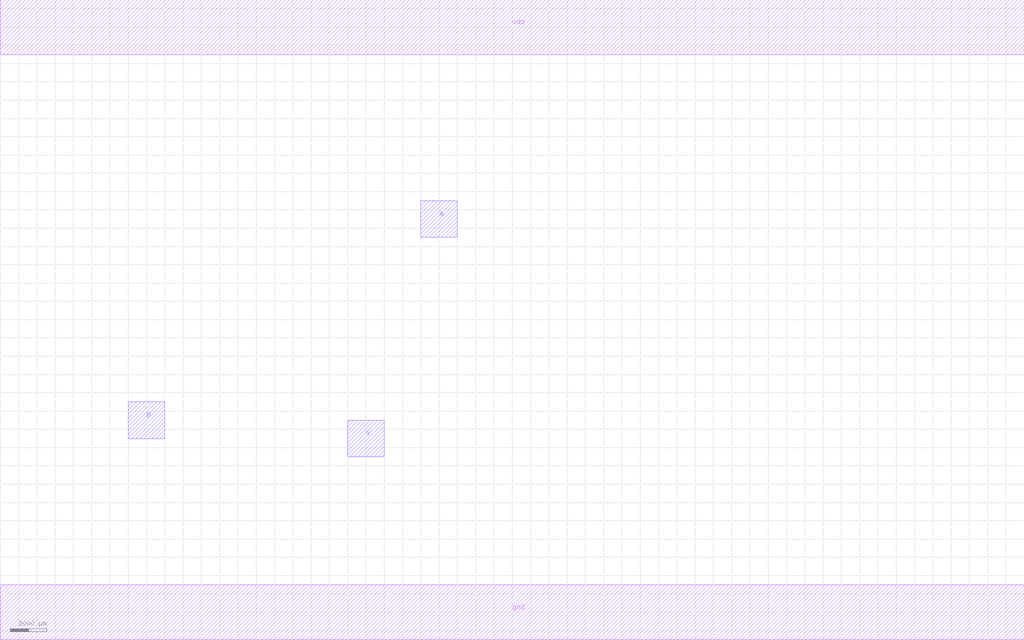
<source format=lef>
MACRO XNOR2X1
 CLASS CORE ;
 ORIGIN 0 0 ;
 FOREIGN XNOR2X1 0 0 ;
 SITE CORE ;
 SYMMETRY X Y R90 ;
  PIN vdd
   DIRECTION INOUT ;
   USE SIGNAL ;
   SHAPE ABUTMENT ;
    PORT
     CLASS CORE ;
       LAYER metal1 ;
        RECT 0.00000000 30500.00000000 56000.00000000 33500.00000000 ;
    END
  END vdd

  PIN gnd
   DIRECTION INOUT ;
   USE SIGNAL ;
   SHAPE ABUTMENT ;
    PORT
     CLASS CORE ;
       LAYER metal1 ;
        RECT 0.00000000 -1500.00000000 56000.00000000 1500.00000000 ;
    END
  END gnd

  PIN B
   DIRECTION INOUT ;
   USE SIGNAL ;
   SHAPE ABUTMENT ;
    PORT
     CLASS CORE ;
       LAYER metal2 ;
        RECT 7000.00000000 9500.00000000 9000.00000000 11500.00000000 ;
    END
  END B

  PIN A
   DIRECTION INOUT ;
   USE SIGNAL ;
   SHAPE ABUTMENT ;
    PORT
     CLASS CORE ;
       LAYER metal2 ;
        RECT 23000.00000000 20500.00000000 25000.00000000 22500.00000000 ;
    END
  END A

  PIN Y
   DIRECTION INOUT ;
   USE SIGNAL ;
   SHAPE ABUTMENT ;
    PORT
     CLASS CORE ;
       LAYER metal2 ;
        RECT 19000.00000000 8500.00000000 21000.00000000 10500.00000000 ;
    END
  END Y


END XNOR2X1

</source>
